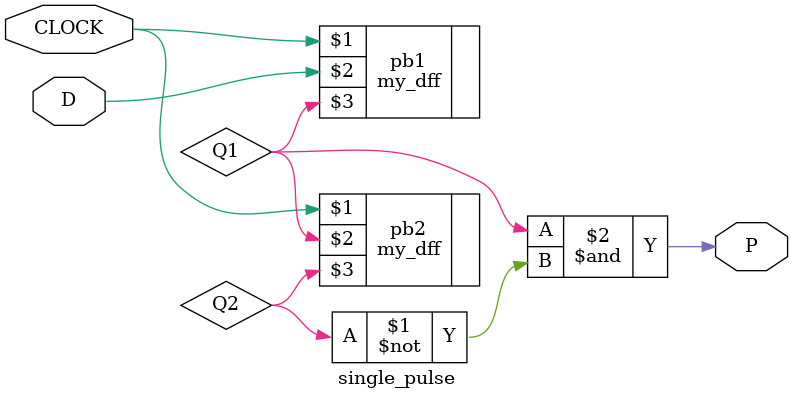
<source format=v>
`timescale 1ns / 1ps


module single_pulse(
    input CLOCK,
    input D,
    output P
    );
   
    wire Q1,Q2;
    my_dff pb1(CLOCK, D, Q1);
    my_dff pb2(CLOCK, Q1, Q2);
    
    assign P = Q1 & ~Q2;
    
endmodule

</source>
